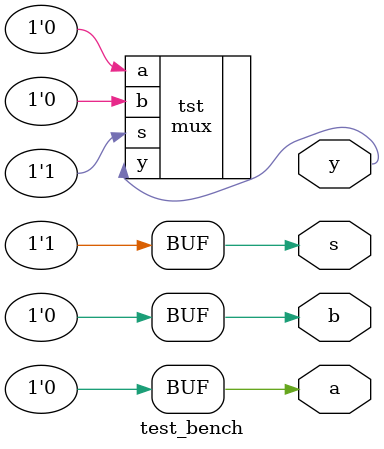
<source format=v>
module test_bench(a,b,s,y);
	output a,b,s,y;
	reg a=0,b=0,s=0;
	wire y;
	mux tst(.a(a),.b(b),.s(s),.y(y));
	initial
	begin
		#10 s<=0;
		#10 a<=1;
		#10 a<=0;
		#10 b<=1;
		#10 b<=0;
		#10 s<=1;
		#10 a<=1;
		#10 a<=0;
		#10 b<=1;
		#10 b<=0;
	end
endmodule

</source>
